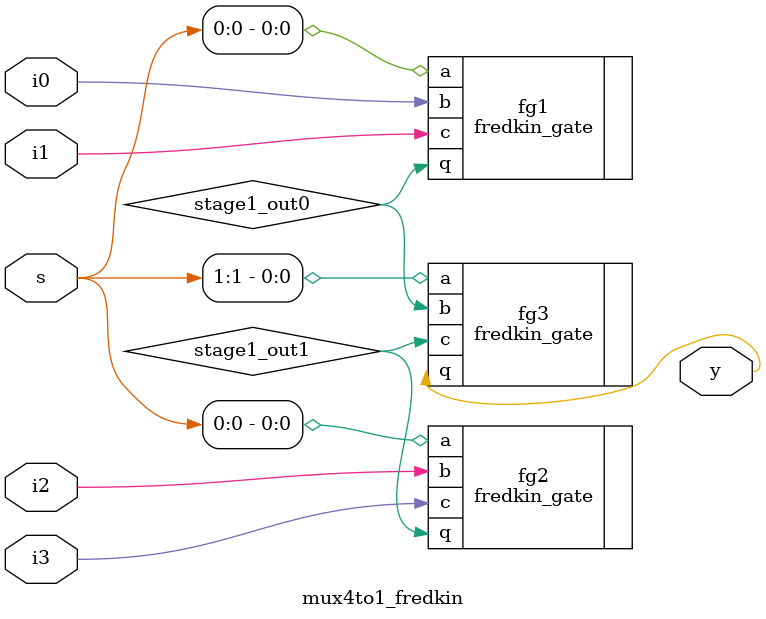
<source format=v>
`timescale 1ns / 1ps
/*

module mux4to1_fredkin(
 input [1:0]s,  //2-bit select input MUX SELECT
    input i0,
    input i1,
    input i2,
    input i3,
    output reg y    //mux output
    );
    
    wire p1,q1,r1;
    wire p2,q2,r2;
    wire p3,q3,r3;
    
    //first stage Select between D0-D1 and D2-D3 using S0
    fredkin_gate fg1 (.a(s[0]), .b(i0), .c(i1), .p(p1), .q(q1), .r(r1));
    fredkin_gate fg2 (.a(s[0]), .b(i2), .c(i3), .p(p2), .q(q2), .r(r2));
    
     // Second stage: Select between outputs of previous stage using S1
    fredkin_gate fg3 (.a(s[1]), .b(q1), .c(q2), .p(p3), .q(q3), .r(r3));
    
    //assign y <= q3;
    
    always @(*) begin
    case (s)
        2'b00: y <= i0;
        2'b01: y <= i1;
        2'b10: y <= i2;
        2'b11: y <= i3;
        default: y <= 1'b0; // Ensure y is not undefined
    endcase
end
//endmodule
    */
 
module mux4to1_fredkin(
    input [1:0] s,
    input i0, i1, i2, i3,
    output y
);
    wire stage1_out0, stage1_out1;
    
    // First stage: s[0] selects between input pairs
    fredkin_gate fg1(.a(s[0]), .b(i0), .c(i1), .q(stage1_out0));
    fredkin_gate fg2(.a(s[0]), .b(i2), .c(i3), .q(stage1_out1));
    
    // Second stage: s[1] selects final output
    fredkin_gate fg3(.a(s[1]), .b(stage1_out0), .c(stage1_out1), .q(y));
endmodule








</source>
